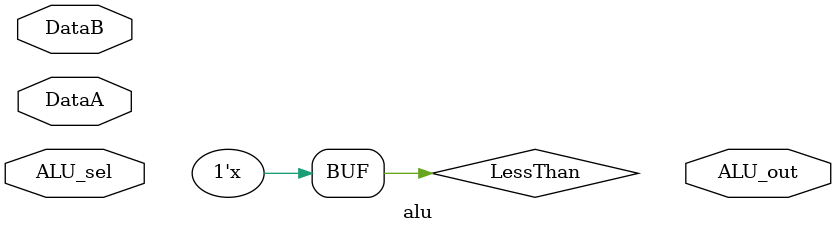
<source format=sv>
module alu(DataA, DataB, ALU_sel, ALU_out);
parameter DATA_WIDTH = 32;
parameter SEL_WIDTH = 4;
input signed [DATA_WIDTH-1:0] DataA, DataB;
input [SEL_WIDTH-1:0] ALU_sel;
output reg [DATA_WIDTH-1:0] ALU_out;

parameter [3:0] ADD     = 4'b0000;
parameter [3:0] SUB     = 4'b0001;
parameter [3:0] SLL     = 4'b0010;
parameter [3:0] SLT     = 4'b0011;
parameter [3:0] SLTU    = 4'b0100;
parameter [3:0] XOR     = 4'b0101;
parameter [3:0] SRL     = 4'b0110;
parameter [3:0] SRA     = 4'b0111;
parameter [3:0] OR      = 4'b1000;
parameter [3:0] AND     = 4'b1001;
parameter [3:0] B_OUT   = 4'b1111;

reg [DATA_WIDTH-1:0]  B_inverted, B_plus_one, difference; 
reg                   LessThan;

// Invert B
assign  B_inverted = ~DataB;

// Add 1 to the inverted B
assign B_plus_one = B_inverted + 1;

// A-B
assign difference =  DataA + B_plus_one;

 // Check for equality
//assign Equal = (difference == 0);

   // Check if A is less than B
assign LessThan = (difference[DATA_WIDTH] == 1'b1);

    // Check if A is greater than B
//assign GreaterThan = (difference[DATA_WIDTH] == 1'b0);

`ifdef VERILATOR
  /* verilator lint_off LATCH */
always @(*) begin
    case (ALU_sel)
        ADD: begin
            ALU_out = DataA + DataB;
        end
        SUB: begin
            ALU_out = DataA + B_plus_one;
        end
        SLL: begin
            ALU_out = DataA << $unsigned(DataB);
        end
        SLT: begin
            ALU_out = (LessThan == 1) ? 1 : 0;
        end
        SLTU: begin
            ALU_out = ($unsigned(DataA) < $unsigned(DataB)) ? 1 : 0;
        end
        XOR: begin
            ALU_out = DataA ^ DataB;
        end
        SRL: begin
            ALU_out = DataA >> $unsigned(DataB);
        end
        SRA: begin
            ALU_out = DataA >>> $unsigned(DataB);
        end
        OR: begin
            ALU_out = DataA | DataB;
        end
        AND: begin
            ALU_out = DataA & DataB;
        end
        B_OUT: begin
            ALU_out = DataB;
        end
        default: begin
            ALU_out = ALU_out + 0;
        end
    endcase
end
  /*verilator lint_on LATCH*/
`endif

endmodule


</source>
